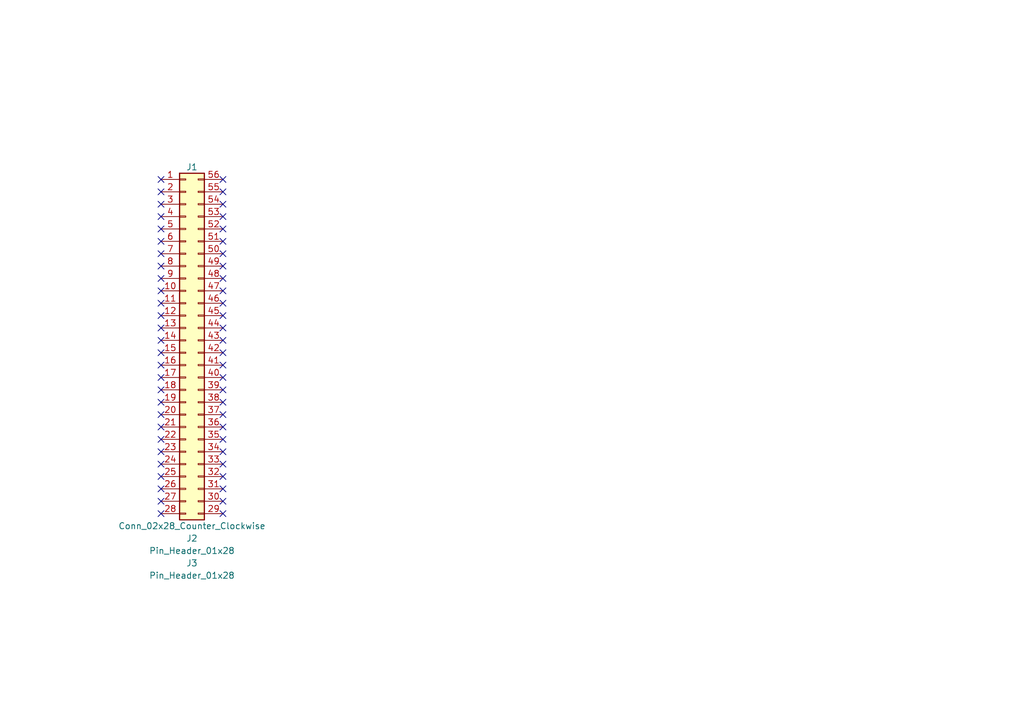
<source format=kicad_sch>
(kicad_sch (version 20250114) (generator "eeschema") (generator_version "9.0")
  (paper "A5")
  (title_block (title "Board 2x28 W15.24mm") (date "2025-09-29") (rev "V0"))
  (lib_symbols
    (symbol "Connector_Generic:Conn_02x28_Counter_Clockwise" (pin_names (offset 1.016) (hide yes))
      (property "Reference" "J" (at 1.27 35.56 0))
      (property "Value" "Conn_02x28_Counter_Clockwise" (at 1.27 -38.1 0))
      (symbol "Conn_02x28_Counter_Clockwise_1_1"
        (rectangle (start -1.27 34.29) (end 3.81 -36.83) (stroke (width 0.254)) (fill (type background)))
        (rectangle (start -1.27 33.147) (end 0 32.893) (stroke (width 0.1524)))
        (rectangle (start -1.27 30.607) (end 0 30.353) (stroke (width 0.1524)))
        (rectangle (start -1.27 28.067) (end 0 27.813) (stroke (width 0.1524)))
        (rectangle (start -1.27 25.527) (end 0 25.273) (stroke (width 0.1524)))
        (rectangle (start -1.27 22.987) (end 0 22.733) (stroke (width 0.1524)))
        (rectangle (start -1.27 20.447) (end 0 20.193) (stroke (width 0.1524)))
        (rectangle (start -1.27 17.907) (end 0 17.653) (stroke (width 0.1524)))
        (rectangle (start -1.27 15.367) (end 0 15.113) (stroke (width 0.1524)))
        (rectangle (start -1.27 12.827) (end 0 12.573) (stroke (width 0.1524)))
        (rectangle (start -1.27 10.287) (end 0 10.033) (stroke (width 0.1524)))
        (rectangle (start -1.27 7.747) (end 0 7.493) (stroke (width 0.1524)))
        (rectangle (start -1.27 5.207) (end 0 4.953) (stroke (width 0.1524)))
        (rectangle (start -1.27 2.667) (end 0 2.413) (stroke (width 0.1524)))
        (rectangle (start -1.27 0.127) (end 0 -0.127) (stroke (width 0.1524)))
        (rectangle (start -1.27 -2.413) (end 0 -2.667) (stroke (width 0.1524)))
        (rectangle (start -1.27 -4.953) (end 0 -5.207) (stroke (width 0.1524)))
        (rectangle (start -1.27 -7.493) (end 0 -7.747) (stroke (width 0.1524)))
        (rectangle (start -1.27 -10.033) (end 0 -10.287) (stroke (width 0.1524)))
        (rectangle (start -1.27 -12.573) (end 0 -12.827) (stroke (width 0.1524)))
        (rectangle (start -1.27 -15.113) (end 0 -15.367) (stroke (width 0.1524)))
        (rectangle (start -1.27 -17.653) (end 0 -17.907) (stroke (width 0.1524)))
        (rectangle (start -1.27 -20.193) (end 0 -20.447) (stroke (width 0.1524)))
        (rectangle (start -1.27 -22.733) (end 0 -22.987) (stroke (width 0.1524)))
        (rectangle (start -1.27 -25.273) (end 0 -25.527) (stroke (width 0.1524)))
        (rectangle (start -1.27 -27.813) (end 0 -28.067) (stroke (width 0.1524)))
        (rectangle (start -1.27 -30.353) (end 0 -30.607) (stroke (width 0.1524)))
        (rectangle (start -1.27 -32.893) (end 0 -33.147) (stroke (width 0.1524)))
        (rectangle (start -1.27 -35.433) (end 0 -35.687) (stroke (width 0.1524)))
        (rectangle (start 3.81 33.147) (end 2.54 32.893) (stroke (width 0.1524)))
        (rectangle (start 3.81 30.607) (end 2.54 30.353) (stroke (width 0.1524)))
        (rectangle (start 3.81 28.067) (end 2.54 27.813) (stroke (width 0.1524)))
        (rectangle (start 3.81 25.527) (end 2.54 25.273) (stroke (width 0.1524)))
        (rectangle (start 3.81 22.987) (end 2.54 22.733) (stroke (width 0.1524)))
        (rectangle (start 3.81 20.447) (end 2.54 20.193) (stroke (width 0.1524)))
        (rectangle (start 3.81 17.907) (end 2.54 17.653) (stroke (width 0.1524)))
        (rectangle (start 3.81 15.367) (end 2.54 15.113) (stroke (width 0.1524)))
        (rectangle (start 3.81 12.827) (end 2.54 12.573) (stroke (width 0.1524)))
        (rectangle (start 3.81 10.287) (end 2.54 10.033) (stroke (width 0.1524)))
        (rectangle (start 3.81 7.747) (end 2.54 7.493) (stroke (width 0.1524)))
        (rectangle (start 3.81 5.207) (end 2.54 4.953) (stroke (width 0.1524)))
        (rectangle (start 3.81 2.667) (end 2.54 2.413) (stroke (width 0.1524)))
        (rectangle (start 3.81 0.127) (end 2.54 -0.127) (stroke (width 0.1524)))
        (rectangle (start 3.81 -2.413) (end 2.54 -2.667) (stroke (width 0.1524)))
        (rectangle (start 3.81 -4.953) (end 2.54 -5.207) (stroke (width 0.1524)))
        (rectangle (start 3.81 -7.493) (end 2.54 -7.747) (stroke (width 0.1524)))
        (rectangle (start 3.81 -10.033) (end 2.54 -10.287) (stroke (width 0.1524)))
        (rectangle (start 3.81 -12.573) (end 2.54 -12.827) (stroke (width 0.1524)))
        (rectangle (start 3.81 -15.113) (end 2.54 -15.367) (stroke (width 0.1524)))
        (rectangle (start 3.81 -17.653) (end 2.54 -17.907) (stroke (width 0.1524)))
        (rectangle (start 3.81 -20.193) (end 2.54 -20.447) (stroke (width 0.1524)))
        (rectangle (start 3.81 -22.733) (end 2.54 -22.987) (stroke (width 0.1524)))
        (rectangle (start 3.81 -25.273) (end 2.54 -25.527) (stroke (width 0.1524)))
        (rectangle (start 3.81 -27.813) (end 2.54 -28.067) (stroke (width 0.1524)))
        (rectangle (start 3.81 -30.353) (end 2.54 -30.607) (stroke (width 0.1524)))
        (rectangle (start 3.81 -32.893) (end 2.54 -33.147) (stroke (width 0.1524)))
        (rectangle (start 3.81 -35.433) (end 2.54 -35.687) (stroke (width 0.1524)))
        (pin passive line (at -5.08 33.02 0) (length 3.81) (name "Pin_1") (number "1"))
        (pin passive line (at -5.08 30.48 0) (length 3.81) (name "Pin_2") (number "2"))
        (pin passive line (at -5.08 27.94 0) (length 3.81) (name "Pin_3") (number "3"))
        (pin passive line (at -5.08 25.4 0) (length 3.81) (name "Pin_4") (number "4"))
        (pin passive line (at -5.08 22.86 0) (length 3.81) (name "Pin_5") (number "5"))
        (pin passive line (at -5.08 20.32 0) (length 3.81) (name "Pin_6") (number "6"))
        (pin passive line (at -5.08 17.78 0) (length 3.81) (name "Pin_7") (number "7"))
        (pin passive line (at -5.08 15.24 0) (length 3.81) (name "Pin_8") (number "8"))
        (pin passive line (at -5.08 12.7 0) (length 3.81) (name "Pin_9") (number "9"))
        (pin passive line (at -5.08 10.16 0) (length 3.81) (name "Pin_10") (number "10"))
        (pin passive line (at -5.08 7.62 0) (length 3.81) (name "Pin_11") (number "11"))
        (pin passive line (at -5.08 5.08 0) (length 3.81) (name "Pin_12") (number "12"))
        (pin passive line (at -5.08 2.54 0) (length 3.81) (name "Pin_13") (number "13"))
        (pin passive line (at -5.08 0 0) (length 3.81) (name "Pin_14") (number "14"))
        (pin passive line (at -5.08 -2.54 0) (length 3.81) (name "Pin_15") (number "15"))
        (pin passive line (at -5.08 -5.08 0) (length 3.81) (name "Pin_16") (number "16"))
        (pin passive line (at -5.08 -7.62 0) (length 3.81) (name "Pin_17") (number "17"))
        (pin passive line (at -5.08 -10.16 0) (length 3.81) (name "Pin_18") (number "18"))
        (pin passive line (at -5.08 -12.7 0) (length 3.81) (name "Pin_19") (number "19"))
        (pin passive line (at -5.08 -15.24 0) (length 3.81) (name "Pin_20") (number "20"))
        (pin passive line (at -5.08 -17.78 0) (length 3.81) (name "Pin_21") (number "21"))
        (pin passive line (at -5.08 -20.32 0) (length 3.81) (name "Pin_22") (number "22"))
        (pin passive line (at -5.08 -22.86 0) (length 3.81) (name "Pin_23") (number "23"))
        (pin passive line (at -5.08 -25.4 0) (length 3.81) (name "Pin_24") (number "24"))
        (pin passive line (at -5.08 -27.94 0) (length 3.81) (name "Pin_25") (number "25"))
        (pin passive line (at -5.08 -30.48 0) (length 3.81) (name "Pin_26") (number "26"))
        (pin passive line (at -5.08 -33.02 0) (length 3.81) (name "Pin_27") (number "27"))
        (pin passive line (at -5.08 -35.56 0) (length 3.81) (name "Pin_28") (number "28"))
        (pin passive line (at 7.62 33.02 180) (length 3.81) (name "Pin_56") (number "56"))
        (pin passive line (at 7.62 30.48 180) (length 3.81) (name "Pin_55") (number "55"))
        (pin passive line (at 7.62 27.94 180) (length 3.81) (name "Pin_54") (number "54"))
        (pin passive line (at 7.62 25.4 180) (length 3.81) (name "Pin_53") (number "53"))
        (pin passive line (at 7.62 22.86 180) (length 3.81) (name "Pin_52") (number "52"))
        (pin passive line (at 7.62 20.32 180) (length 3.81) (name "Pin_51") (number "51"))
        (pin passive line (at 7.62 17.78 180) (length 3.81) (name "Pin_50") (number "50"))
        (pin passive line (at 7.62 15.24 180) (length 3.81) (name "Pin_49") (number "49"))
        (pin passive line (at 7.62 12.7 180) (length 3.81) (name "Pin_48") (number "48"))
        (pin passive line (at 7.62 10.16 180) (length 3.81) (name "Pin_47") (number "47"))
        (pin passive line (at 7.62 7.62 180) (length 3.81) (name "Pin_46") (number "46"))
        (pin passive line (at 7.62 5.08 180) (length 3.81) (name "Pin_45") (number "45"))
        (pin passive line (at 7.62 2.54 180) (length 3.81) (name "Pin_44") (number "44"))
        (pin passive line (at 7.62 0 180) (length 3.81) (name "Pin_43") (number "43"))
        (pin passive line (at 7.62 -2.54 180) (length 3.81) (name "Pin_42") (number "42"))
        (pin passive line (at 7.62 -5.08 180) (length 3.81) (name "Pin_41") (number "41"))
        (pin passive line (at 7.62 -7.62 180) (length 3.81) (name "Pin_40") (number "40"))
        (pin passive line (at 7.62 -10.16 180) (length 3.81) (name "Pin_39") (number "39"))
        (pin passive line (at 7.62 -12.7 180) (length 3.81) (name "Pin_38") (number "38"))
        (pin passive line (at 7.62 -15.24 180) (length 3.81) (name "Pin_37") (number "37"))
        (pin passive line (at 7.62 -17.78 180) (length 3.81) (name "Pin_36") (number "36"))
        (pin passive line (at 7.62 -20.32 180) (length 3.81) (name "Pin_35") (number "35"))
        (pin passive line (at 7.62 -22.86 180) (length 3.81) (name "Pin_34") (number "34"))
        (pin passive line (at 7.62 -25.4 180) (length 3.81) (name "Pin_33") (number "33"))
        (pin passive line (at 7.62 -27.94 180) (length 3.81) (name "Pin_32") (number "32"))
        (pin passive line (at 7.62 -30.48 180) (length 3.81) (name "Pin_31") (number "31"))
        (pin passive line (at 7.62 -33.02 180) (length 3.81) (name "Pin_30") (number "30"))
        (pin passive line (at 7.62 -35.56 180) (length 3.81) (name "Pin_29") (number "29"))
      )
    )
    (symbol "HCP65:Pin_Header_01x28" (pin_names (offset 1.016) (hide yes))
      (property "Reference" "J" (at 0 1.27 0))
      (property "Value" "Pin_Header_01x28" (at 0 -1.27 0))
    )
  )
  (no_connect (at 33.02 54.61))
  (no_connect (at 45.72 72.39))
  (no_connect (at 33.02 41.91))
  (no_connect (at 33.02 102.87))
  (no_connect (at 45.72 105.41))
  (no_connect (at 45.72 57.15))
  (no_connect (at 33.02 59.69))
  (no_connect (at 33.02 87.63))
  (no_connect (at 33.02 64.77))
  (no_connect (at 33.02 72.39))
  (no_connect (at 33.02 95.25))
  (no_connect (at 33.02 74.93))
  (no_connect (at 45.72 92.71))
  (no_connect (at 33.02 92.71))
  (no_connect (at 45.72 46.99))
  (no_connect (at 45.72 74.93))
  (no_connect (at 45.72 54.61))
  (no_connect (at 33.02 67.31))
  (no_connect (at 45.72 69.85))
  (no_connect (at 45.72 41.91))
  (no_connect (at 33.02 46.99))
  (no_connect (at 33.02 39.37))
  (no_connect (at 33.02 44.45))
  (no_connect (at 33.02 85.09))
  (no_connect (at 45.72 52.07))
  (no_connect (at 33.02 77.47))
  (no_connect (at 33.02 97.79))
  (no_connect (at 45.72 87.63))
  (no_connect (at 45.72 39.37))
  (no_connect (at 33.02 57.15))
  (no_connect (at 45.72 82.55))
  (no_connect (at 33.02 82.55))
  (no_connect (at 45.72 44.45))
  (no_connect (at 45.72 80.01))
  (no_connect (at 33.02 105.41))
  (no_connect (at 45.72 59.69))
  (no_connect (at 33.02 69.85))
  (no_connect (at 33.02 100.33))
  (no_connect (at 45.72 85.09))
  (no_connect (at 45.72 100.33))
  (no_connect (at 33.02 62.23))
  (no_connect (at 45.72 90.17))
  (no_connect (at 45.72 67.31))
  (no_connect (at 45.72 36.83))
  (no_connect (at 45.72 102.87))
  (no_connect (at 45.72 49.53))
  (no_connect (at 45.72 77.47))
  (no_connect (at 45.72 64.77))
  (no_connect (at 33.02 80.01))
  (no_connect (at 45.72 62.23))
  (no_connect (at 45.72 97.79))
  (no_connect (at 33.02 52.07))
  (no_connect (at 33.02 90.17))
  (no_connect (at 33.02 36.83))
  (no_connect (at 33.02 49.53))
  (no_connect (at 45.72 95.25))
  (symbol (lib_id "HCP65:Pin_Header_01x28") (at 39.37 111.76 0) (mirror y) (unit 1)
    (property "Reference" "J2" (at 39.37 110.49 0))
    (property "Value" "Pin_Header_01x28" (at 39.37 113.03 0))
    (property "Footprint" "SamacSys_Parts:PinHeader_1x28_P2.54mm_Vertical" (effects (hide yes)))
  )
  (symbol (lib_id "Connector_Generic:Conn_02x28_Counter_Clockwise") (at 38.1 69.85 0) (unit 1)
    (property "Reference" "J1" (at 39.37 34.29 0))
    (property "Value" "Conn_02x28_Counter_Clockwise" (at 39.37 107.95 0))
    (property "Description" "Generic connector, double row, 02x28, counter clockwise pin numbering scheme (similar to DIP package numbering), script generated (kicad-library-utils/schlib/autogen/connector/)" (effects (hide yes)))
  )
  (symbol (lib_id "HCP65:Pin_Header_01x28") (at 39.37 116.84 0) (unit 1)
    (property "Reference" "J3" (at 39.37 115.57 0))
    (property "Value" "Pin_Header_01x28" (at 39.37 118.11 0))
    (property "Footprint" "SamacSys_Parts:PinHeader_1x28_P2.54mm_Vertical" (effects (hide yes)))
  )
)
</source>
